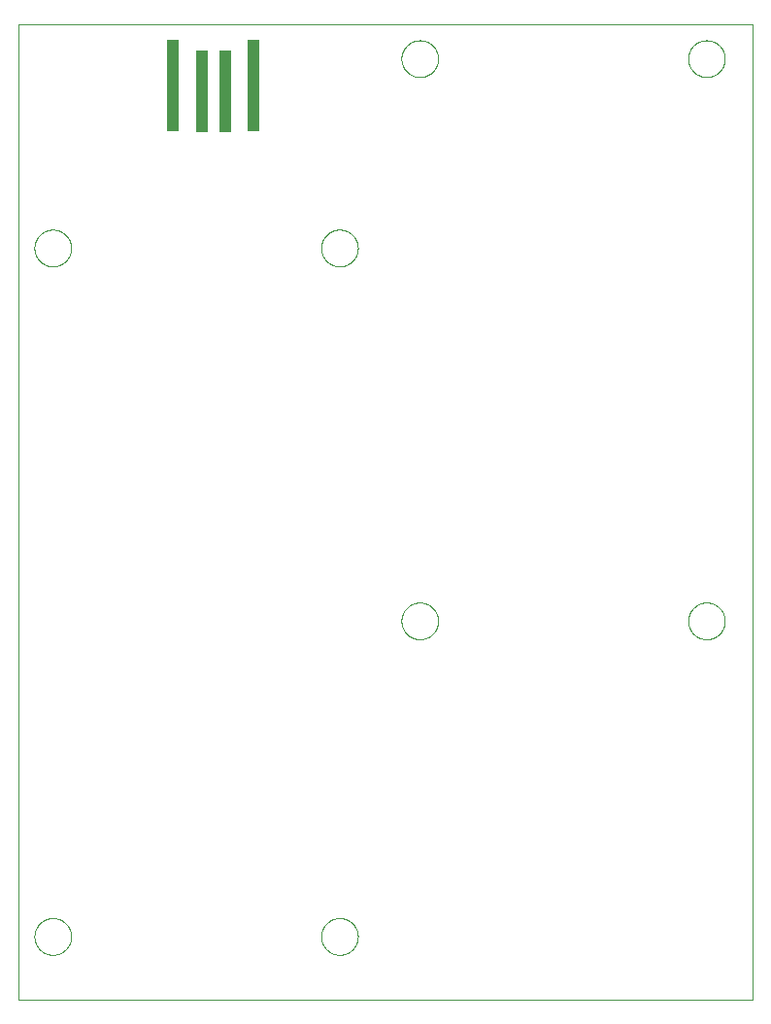
<source format=gtp>
G75*
%MOIN*%
%OFA0B0*%
%FSLAX25Y25*%
%IPPOS*%
%LPD*%
%AMOC8*
5,1,8,0,0,1.08239X$1,22.5*
%
%ADD10C,0.00000*%
%ADD11R,0.03937X0.31811*%
%ADD12R,0.03937X0.27953*%
D10*
X0001000Y0001000D02*
X0001000Y0335646D01*
X0252969Y0335646D01*
X0252969Y0001000D01*
X0001000Y0001000D01*
X0006512Y0022654D02*
X0006514Y0022812D01*
X0006520Y0022970D01*
X0006530Y0023128D01*
X0006544Y0023286D01*
X0006562Y0023443D01*
X0006583Y0023600D01*
X0006609Y0023756D01*
X0006639Y0023912D01*
X0006672Y0024067D01*
X0006710Y0024220D01*
X0006751Y0024373D01*
X0006796Y0024525D01*
X0006845Y0024676D01*
X0006898Y0024825D01*
X0006954Y0024973D01*
X0007014Y0025119D01*
X0007078Y0025264D01*
X0007146Y0025407D01*
X0007217Y0025549D01*
X0007291Y0025689D01*
X0007369Y0025826D01*
X0007451Y0025962D01*
X0007535Y0026096D01*
X0007624Y0026227D01*
X0007715Y0026356D01*
X0007810Y0026483D01*
X0007907Y0026608D01*
X0008008Y0026730D01*
X0008112Y0026849D01*
X0008219Y0026966D01*
X0008329Y0027080D01*
X0008442Y0027191D01*
X0008557Y0027300D01*
X0008675Y0027405D01*
X0008796Y0027507D01*
X0008919Y0027607D01*
X0009045Y0027703D01*
X0009173Y0027796D01*
X0009303Y0027886D01*
X0009436Y0027972D01*
X0009571Y0028056D01*
X0009707Y0028135D01*
X0009846Y0028212D01*
X0009987Y0028284D01*
X0010129Y0028354D01*
X0010273Y0028419D01*
X0010419Y0028481D01*
X0010566Y0028539D01*
X0010715Y0028594D01*
X0010865Y0028645D01*
X0011016Y0028692D01*
X0011168Y0028735D01*
X0011321Y0028774D01*
X0011476Y0028810D01*
X0011631Y0028841D01*
X0011787Y0028869D01*
X0011943Y0028893D01*
X0012100Y0028913D01*
X0012258Y0028929D01*
X0012415Y0028941D01*
X0012574Y0028949D01*
X0012732Y0028953D01*
X0012890Y0028953D01*
X0013048Y0028949D01*
X0013207Y0028941D01*
X0013364Y0028929D01*
X0013522Y0028913D01*
X0013679Y0028893D01*
X0013835Y0028869D01*
X0013991Y0028841D01*
X0014146Y0028810D01*
X0014301Y0028774D01*
X0014454Y0028735D01*
X0014606Y0028692D01*
X0014757Y0028645D01*
X0014907Y0028594D01*
X0015056Y0028539D01*
X0015203Y0028481D01*
X0015349Y0028419D01*
X0015493Y0028354D01*
X0015635Y0028284D01*
X0015776Y0028212D01*
X0015915Y0028135D01*
X0016051Y0028056D01*
X0016186Y0027972D01*
X0016319Y0027886D01*
X0016449Y0027796D01*
X0016577Y0027703D01*
X0016703Y0027607D01*
X0016826Y0027507D01*
X0016947Y0027405D01*
X0017065Y0027300D01*
X0017180Y0027191D01*
X0017293Y0027080D01*
X0017403Y0026966D01*
X0017510Y0026849D01*
X0017614Y0026730D01*
X0017715Y0026608D01*
X0017812Y0026483D01*
X0017907Y0026356D01*
X0017998Y0026227D01*
X0018087Y0026096D01*
X0018171Y0025962D01*
X0018253Y0025826D01*
X0018331Y0025689D01*
X0018405Y0025549D01*
X0018476Y0025407D01*
X0018544Y0025264D01*
X0018608Y0025119D01*
X0018668Y0024973D01*
X0018724Y0024825D01*
X0018777Y0024676D01*
X0018826Y0024525D01*
X0018871Y0024373D01*
X0018912Y0024220D01*
X0018950Y0024067D01*
X0018983Y0023912D01*
X0019013Y0023756D01*
X0019039Y0023600D01*
X0019060Y0023443D01*
X0019078Y0023286D01*
X0019092Y0023128D01*
X0019102Y0022970D01*
X0019108Y0022812D01*
X0019110Y0022654D01*
X0019108Y0022496D01*
X0019102Y0022338D01*
X0019092Y0022180D01*
X0019078Y0022022D01*
X0019060Y0021865D01*
X0019039Y0021708D01*
X0019013Y0021552D01*
X0018983Y0021396D01*
X0018950Y0021241D01*
X0018912Y0021088D01*
X0018871Y0020935D01*
X0018826Y0020783D01*
X0018777Y0020632D01*
X0018724Y0020483D01*
X0018668Y0020335D01*
X0018608Y0020189D01*
X0018544Y0020044D01*
X0018476Y0019901D01*
X0018405Y0019759D01*
X0018331Y0019619D01*
X0018253Y0019482D01*
X0018171Y0019346D01*
X0018087Y0019212D01*
X0017998Y0019081D01*
X0017907Y0018952D01*
X0017812Y0018825D01*
X0017715Y0018700D01*
X0017614Y0018578D01*
X0017510Y0018459D01*
X0017403Y0018342D01*
X0017293Y0018228D01*
X0017180Y0018117D01*
X0017065Y0018008D01*
X0016947Y0017903D01*
X0016826Y0017801D01*
X0016703Y0017701D01*
X0016577Y0017605D01*
X0016449Y0017512D01*
X0016319Y0017422D01*
X0016186Y0017336D01*
X0016051Y0017252D01*
X0015915Y0017173D01*
X0015776Y0017096D01*
X0015635Y0017024D01*
X0015493Y0016954D01*
X0015349Y0016889D01*
X0015203Y0016827D01*
X0015056Y0016769D01*
X0014907Y0016714D01*
X0014757Y0016663D01*
X0014606Y0016616D01*
X0014454Y0016573D01*
X0014301Y0016534D01*
X0014146Y0016498D01*
X0013991Y0016467D01*
X0013835Y0016439D01*
X0013679Y0016415D01*
X0013522Y0016395D01*
X0013364Y0016379D01*
X0013207Y0016367D01*
X0013048Y0016359D01*
X0012890Y0016355D01*
X0012732Y0016355D01*
X0012574Y0016359D01*
X0012415Y0016367D01*
X0012258Y0016379D01*
X0012100Y0016395D01*
X0011943Y0016415D01*
X0011787Y0016439D01*
X0011631Y0016467D01*
X0011476Y0016498D01*
X0011321Y0016534D01*
X0011168Y0016573D01*
X0011016Y0016616D01*
X0010865Y0016663D01*
X0010715Y0016714D01*
X0010566Y0016769D01*
X0010419Y0016827D01*
X0010273Y0016889D01*
X0010129Y0016954D01*
X0009987Y0017024D01*
X0009846Y0017096D01*
X0009707Y0017173D01*
X0009571Y0017252D01*
X0009436Y0017336D01*
X0009303Y0017422D01*
X0009173Y0017512D01*
X0009045Y0017605D01*
X0008919Y0017701D01*
X0008796Y0017801D01*
X0008675Y0017903D01*
X0008557Y0018008D01*
X0008442Y0018117D01*
X0008329Y0018228D01*
X0008219Y0018342D01*
X0008112Y0018459D01*
X0008008Y0018578D01*
X0007907Y0018700D01*
X0007810Y0018825D01*
X0007715Y0018952D01*
X0007624Y0019081D01*
X0007535Y0019212D01*
X0007451Y0019346D01*
X0007369Y0019482D01*
X0007291Y0019619D01*
X0007217Y0019759D01*
X0007146Y0019901D01*
X0007078Y0020044D01*
X0007014Y0020189D01*
X0006954Y0020335D01*
X0006898Y0020483D01*
X0006845Y0020632D01*
X0006796Y0020783D01*
X0006751Y0020935D01*
X0006710Y0021088D01*
X0006672Y0021241D01*
X0006639Y0021396D01*
X0006609Y0021552D01*
X0006583Y0021708D01*
X0006562Y0021865D01*
X0006544Y0022022D01*
X0006530Y0022180D01*
X0006520Y0022338D01*
X0006514Y0022496D01*
X0006512Y0022654D01*
X0104937Y0022654D02*
X0104939Y0022812D01*
X0104945Y0022970D01*
X0104955Y0023128D01*
X0104969Y0023286D01*
X0104987Y0023443D01*
X0105008Y0023600D01*
X0105034Y0023756D01*
X0105064Y0023912D01*
X0105097Y0024067D01*
X0105135Y0024220D01*
X0105176Y0024373D01*
X0105221Y0024525D01*
X0105270Y0024676D01*
X0105323Y0024825D01*
X0105379Y0024973D01*
X0105439Y0025119D01*
X0105503Y0025264D01*
X0105571Y0025407D01*
X0105642Y0025549D01*
X0105716Y0025689D01*
X0105794Y0025826D01*
X0105876Y0025962D01*
X0105960Y0026096D01*
X0106049Y0026227D01*
X0106140Y0026356D01*
X0106235Y0026483D01*
X0106332Y0026608D01*
X0106433Y0026730D01*
X0106537Y0026849D01*
X0106644Y0026966D01*
X0106754Y0027080D01*
X0106867Y0027191D01*
X0106982Y0027300D01*
X0107100Y0027405D01*
X0107221Y0027507D01*
X0107344Y0027607D01*
X0107470Y0027703D01*
X0107598Y0027796D01*
X0107728Y0027886D01*
X0107861Y0027972D01*
X0107996Y0028056D01*
X0108132Y0028135D01*
X0108271Y0028212D01*
X0108412Y0028284D01*
X0108554Y0028354D01*
X0108698Y0028419D01*
X0108844Y0028481D01*
X0108991Y0028539D01*
X0109140Y0028594D01*
X0109290Y0028645D01*
X0109441Y0028692D01*
X0109593Y0028735D01*
X0109746Y0028774D01*
X0109901Y0028810D01*
X0110056Y0028841D01*
X0110212Y0028869D01*
X0110368Y0028893D01*
X0110525Y0028913D01*
X0110683Y0028929D01*
X0110840Y0028941D01*
X0110999Y0028949D01*
X0111157Y0028953D01*
X0111315Y0028953D01*
X0111473Y0028949D01*
X0111632Y0028941D01*
X0111789Y0028929D01*
X0111947Y0028913D01*
X0112104Y0028893D01*
X0112260Y0028869D01*
X0112416Y0028841D01*
X0112571Y0028810D01*
X0112726Y0028774D01*
X0112879Y0028735D01*
X0113031Y0028692D01*
X0113182Y0028645D01*
X0113332Y0028594D01*
X0113481Y0028539D01*
X0113628Y0028481D01*
X0113774Y0028419D01*
X0113918Y0028354D01*
X0114060Y0028284D01*
X0114201Y0028212D01*
X0114340Y0028135D01*
X0114476Y0028056D01*
X0114611Y0027972D01*
X0114744Y0027886D01*
X0114874Y0027796D01*
X0115002Y0027703D01*
X0115128Y0027607D01*
X0115251Y0027507D01*
X0115372Y0027405D01*
X0115490Y0027300D01*
X0115605Y0027191D01*
X0115718Y0027080D01*
X0115828Y0026966D01*
X0115935Y0026849D01*
X0116039Y0026730D01*
X0116140Y0026608D01*
X0116237Y0026483D01*
X0116332Y0026356D01*
X0116423Y0026227D01*
X0116512Y0026096D01*
X0116596Y0025962D01*
X0116678Y0025826D01*
X0116756Y0025689D01*
X0116830Y0025549D01*
X0116901Y0025407D01*
X0116969Y0025264D01*
X0117033Y0025119D01*
X0117093Y0024973D01*
X0117149Y0024825D01*
X0117202Y0024676D01*
X0117251Y0024525D01*
X0117296Y0024373D01*
X0117337Y0024220D01*
X0117375Y0024067D01*
X0117408Y0023912D01*
X0117438Y0023756D01*
X0117464Y0023600D01*
X0117485Y0023443D01*
X0117503Y0023286D01*
X0117517Y0023128D01*
X0117527Y0022970D01*
X0117533Y0022812D01*
X0117535Y0022654D01*
X0117533Y0022496D01*
X0117527Y0022338D01*
X0117517Y0022180D01*
X0117503Y0022022D01*
X0117485Y0021865D01*
X0117464Y0021708D01*
X0117438Y0021552D01*
X0117408Y0021396D01*
X0117375Y0021241D01*
X0117337Y0021088D01*
X0117296Y0020935D01*
X0117251Y0020783D01*
X0117202Y0020632D01*
X0117149Y0020483D01*
X0117093Y0020335D01*
X0117033Y0020189D01*
X0116969Y0020044D01*
X0116901Y0019901D01*
X0116830Y0019759D01*
X0116756Y0019619D01*
X0116678Y0019482D01*
X0116596Y0019346D01*
X0116512Y0019212D01*
X0116423Y0019081D01*
X0116332Y0018952D01*
X0116237Y0018825D01*
X0116140Y0018700D01*
X0116039Y0018578D01*
X0115935Y0018459D01*
X0115828Y0018342D01*
X0115718Y0018228D01*
X0115605Y0018117D01*
X0115490Y0018008D01*
X0115372Y0017903D01*
X0115251Y0017801D01*
X0115128Y0017701D01*
X0115002Y0017605D01*
X0114874Y0017512D01*
X0114744Y0017422D01*
X0114611Y0017336D01*
X0114476Y0017252D01*
X0114340Y0017173D01*
X0114201Y0017096D01*
X0114060Y0017024D01*
X0113918Y0016954D01*
X0113774Y0016889D01*
X0113628Y0016827D01*
X0113481Y0016769D01*
X0113332Y0016714D01*
X0113182Y0016663D01*
X0113031Y0016616D01*
X0112879Y0016573D01*
X0112726Y0016534D01*
X0112571Y0016498D01*
X0112416Y0016467D01*
X0112260Y0016439D01*
X0112104Y0016415D01*
X0111947Y0016395D01*
X0111789Y0016379D01*
X0111632Y0016367D01*
X0111473Y0016359D01*
X0111315Y0016355D01*
X0111157Y0016355D01*
X0110999Y0016359D01*
X0110840Y0016367D01*
X0110683Y0016379D01*
X0110525Y0016395D01*
X0110368Y0016415D01*
X0110212Y0016439D01*
X0110056Y0016467D01*
X0109901Y0016498D01*
X0109746Y0016534D01*
X0109593Y0016573D01*
X0109441Y0016616D01*
X0109290Y0016663D01*
X0109140Y0016714D01*
X0108991Y0016769D01*
X0108844Y0016827D01*
X0108698Y0016889D01*
X0108554Y0016954D01*
X0108412Y0017024D01*
X0108271Y0017096D01*
X0108132Y0017173D01*
X0107996Y0017252D01*
X0107861Y0017336D01*
X0107728Y0017422D01*
X0107598Y0017512D01*
X0107470Y0017605D01*
X0107344Y0017701D01*
X0107221Y0017801D01*
X0107100Y0017903D01*
X0106982Y0018008D01*
X0106867Y0018117D01*
X0106754Y0018228D01*
X0106644Y0018342D01*
X0106537Y0018459D01*
X0106433Y0018578D01*
X0106332Y0018700D01*
X0106235Y0018825D01*
X0106140Y0018952D01*
X0106049Y0019081D01*
X0105960Y0019212D01*
X0105876Y0019346D01*
X0105794Y0019482D01*
X0105716Y0019619D01*
X0105642Y0019759D01*
X0105571Y0019901D01*
X0105503Y0020044D01*
X0105439Y0020189D01*
X0105379Y0020335D01*
X0105323Y0020483D01*
X0105270Y0020632D01*
X0105221Y0020783D01*
X0105176Y0020935D01*
X0105135Y0021088D01*
X0105097Y0021241D01*
X0105064Y0021396D01*
X0105034Y0021552D01*
X0105008Y0021708D01*
X0104987Y0021865D01*
X0104969Y0022022D01*
X0104955Y0022180D01*
X0104945Y0022338D01*
X0104939Y0022496D01*
X0104937Y0022654D01*
X0132496Y0130921D02*
X0132498Y0131079D01*
X0132504Y0131237D01*
X0132514Y0131395D01*
X0132528Y0131553D01*
X0132546Y0131710D01*
X0132567Y0131867D01*
X0132593Y0132023D01*
X0132623Y0132179D01*
X0132656Y0132334D01*
X0132694Y0132487D01*
X0132735Y0132640D01*
X0132780Y0132792D01*
X0132829Y0132943D01*
X0132882Y0133092D01*
X0132938Y0133240D01*
X0132998Y0133386D01*
X0133062Y0133531D01*
X0133130Y0133674D01*
X0133201Y0133816D01*
X0133275Y0133956D01*
X0133353Y0134093D01*
X0133435Y0134229D01*
X0133519Y0134363D01*
X0133608Y0134494D01*
X0133699Y0134623D01*
X0133794Y0134750D01*
X0133891Y0134875D01*
X0133992Y0134997D01*
X0134096Y0135116D01*
X0134203Y0135233D01*
X0134313Y0135347D01*
X0134426Y0135458D01*
X0134541Y0135567D01*
X0134659Y0135672D01*
X0134780Y0135774D01*
X0134903Y0135874D01*
X0135029Y0135970D01*
X0135157Y0136063D01*
X0135287Y0136153D01*
X0135420Y0136239D01*
X0135555Y0136323D01*
X0135691Y0136402D01*
X0135830Y0136479D01*
X0135971Y0136551D01*
X0136113Y0136621D01*
X0136257Y0136686D01*
X0136403Y0136748D01*
X0136550Y0136806D01*
X0136699Y0136861D01*
X0136849Y0136912D01*
X0137000Y0136959D01*
X0137152Y0137002D01*
X0137305Y0137041D01*
X0137460Y0137077D01*
X0137615Y0137108D01*
X0137771Y0137136D01*
X0137927Y0137160D01*
X0138084Y0137180D01*
X0138242Y0137196D01*
X0138399Y0137208D01*
X0138558Y0137216D01*
X0138716Y0137220D01*
X0138874Y0137220D01*
X0139032Y0137216D01*
X0139191Y0137208D01*
X0139348Y0137196D01*
X0139506Y0137180D01*
X0139663Y0137160D01*
X0139819Y0137136D01*
X0139975Y0137108D01*
X0140130Y0137077D01*
X0140285Y0137041D01*
X0140438Y0137002D01*
X0140590Y0136959D01*
X0140741Y0136912D01*
X0140891Y0136861D01*
X0141040Y0136806D01*
X0141187Y0136748D01*
X0141333Y0136686D01*
X0141477Y0136621D01*
X0141619Y0136551D01*
X0141760Y0136479D01*
X0141899Y0136402D01*
X0142035Y0136323D01*
X0142170Y0136239D01*
X0142303Y0136153D01*
X0142433Y0136063D01*
X0142561Y0135970D01*
X0142687Y0135874D01*
X0142810Y0135774D01*
X0142931Y0135672D01*
X0143049Y0135567D01*
X0143164Y0135458D01*
X0143277Y0135347D01*
X0143387Y0135233D01*
X0143494Y0135116D01*
X0143598Y0134997D01*
X0143699Y0134875D01*
X0143796Y0134750D01*
X0143891Y0134623D01*
X0143982Y0134494D01*
X0144071Y0134363D01*
X0144155Y0134229D01*
X0144237Y0134093D01*
X0144315Y0133956D01*
X0144389Y0133816D01*
X0144460Y0133674D01*
X0144528Y0133531D01*
X0144592Y0133386D01*
X0144652Y0133240D01*
X0144708Y0133092D01*
X0144761Y0132943D01*
X0144810Y0132792D01*
X0144855Y0132640D01*
X0144896Y0132487D01*
X0144934Y0132334D01*
X0144967Y0132179D01*
X0144997Y0132023D01*
X0145023Y0131867D01*
X0145044Y0131710D01*
X0145062Y0131553D01*
X0145076Y0131395D01*
X0145086Y0131237D01*
X0145092Y0131079D01*
X0145094Y0130921D01*
X0145092Y0130763D01*
X0145086Y0130605D01*
X0145076Y0130447D01*
X0145062Y0130289D01*
X0145044Y0130132D01*
X0145023Y0129975D01*
X0144997Y0129819D01*
X0144967Y0129663D01*
X0144934Y0129508D01*
X0144896Y0129355D01*
X0144855Y0129202D01*
X0144810Y0129050D01*
X0144761Y0128899D01*
X0144708Y0128750D01*
X0144652Y0128602D01*
X0144592Y0128456D01*
X0144528Y0128311D01*
X0144460Y0128168D01*
X0144389Y0128026D01*
X0144315Y0127886D01*
X0144237Y0127749D01*
X0144155Y0127613D01*
X0144071Y0127479D01*
X0143982Y0127348D01*
X0143891Y0127219D01*
X0143796Y0127092D01*
X0143699Y0126967D01*
X0143598Y0126845D01*
X0143494Y0126726D01*
X0143387Y0126609D01*
X0143277Y0126495D01*
X0143164Y0126384D01*
X0143049Y0126275D01*
X0142931Y0126170D01*
X0142810Y0126068D01*
X0142687Y0125968D01*
X0142561Y0125872D01*
X0142433Y0125779D01*
X0142303Y0125689D01*
X0142170Y0125603D01*
X0142035Y0125519D01*
X0141899Y0125440D01*
X0141760Y0125363D01*
X0141619Y0125291D01*
X0141477Y0125221D01*
X0141333Y0125156D01*
X0141187Y0125094D01*
X0141040Y0125036D01*
X0140891Y0124981D01*
X0140741Y0124930D01*
X0140590Y0124883D01*
X0140438Y0124840D01*
X0140285Y0124801D01*
X0140130Y0124765D01*
X0139975Y0124734D01*
X0139819Y0124706D01*
X0139663Y0124682D01*
X0139506Y0124662D01*
X0139348Y0124646D01*
X0139191Y0124634D01*
X0139032Y0124626D01*
X0138874Y0124622D01*
X0138716Y0124622D01*
X0138558Y0124626D01*
X0138399Y0124634D01*
X0138242Y0124646D01*
X0138084Y0124662D01*
X0137927Y0124682D01*
X0137771Y0124706D01*
X0137615Y0124734D01*
X0137460Y0124765D01*
X0137305Y0124801D01*
X0137152Y0124840D01*
X0137000Y0124883D01*
X0136849Y0124930D01*
X0136699Y0124981D01*
X0136550Y0125036D01*
X0136403Y0125094D01*
X0136257Y0125156D01*
X0136113Y0125221D01*
X0135971Y0125291D01*
X0135830Y0125363D01*
X0135691Y0125440D01*
X0135555Y0125519D01*
X0135420Y0125603D01*
X0135287Y0125689D01*
X0135157Y0125779D01*
X0135029Y0125872D01*
X0134903Y0125968D01*
X0134780Y0126068D01*
X0134659Y0126170D01*
X0134541Y0126275D01*
X0134426Y0126384D01*
X0134313Y0126495D01*
X0134203Y0126609D01*
X0134096Y0126726D01*
X0133992Y0126845D01*
X0133891Y0126967D01*
X0133794Y0127092D01*
X0133699Y0127219D01*
X0133608Y0127348D01*
X0133519Y0127479D01*
X0133435Y0127613D01*
X0133353Y0127749D01*
X0133275Y0127886D01*
X0133201Y0128026D01*
X0133130Y0128168D01*
X0133062Y0128311D01*
X0132998Y0128456D01*
X0132938Y0128602D01*
X0132882Y0128750D01*
X0132829Y0128899D01*
X0132780Y0129050D01*
X0132735Y0129202D01*
X0132694Y0129355D01*
X0132656Y0129508D01*
X0132623Y0129663D01*
X0132593Y0129819D01*
X0132567Y0129975D01*
X0132546Y0130132D01*
X0132528Y0130289D01*
X0132514Y0130447D01*
X0132504Y0130605D01*
X0132498Y0130763D01*
X0132496Y0130921D01*
X0104937Y0258874D02*
X0104939Y0259032D01*
X0104945Y0259190D01*
X0104955Y0259348D01*
X0104969Y0259506D01*
X0104987Y0259663D01*
X0105008Y0259820D01*
X0105034Y0259976D01*
X0105064Y0260132D01*
X0105097Y0260287D01*
X0105135Y0260440D01*
X0105176Y0260593D01*
X0105221Y0260745D01*
X0105270Y0260896D01*
X0105323Y0261045D01*
X0105379Y0261193D01*
X0105439Y0261339D01*
X0105503Y0261484D01*
X0105571Y0261627D01*
X0105642Y0261769D01*
X0105716Y0261909D01*
X0105794Y0262046D01*
X0105876Y0262182D01*
X0105960Y0262316D01*
X0106049Y0262447D01*
X0106140Y0262576D01*
X0106235Y0262703D01*
X0106332Y0262828D01*
X0106433Y0262950D01*
X0106537Y0263069D01*
X0106644Y0263186D01*
X0106754Y0263300D01*
X0106867Y0263411D01*
X0106982Y0263520D01*
X0107100Y0263625D01*
X0107221Y0263727D01*
X0107344Y0263827D01*
X0107470Y0263923D01*
X0107598Y0264016D01*
X0107728Y0264106D01*
X0107861Y0264192D01*
X0107996Y0264276D01*
X0108132Y0264355D01*
X0108271Y0264432D01*
X0108412Y0264504D01*
X0108554Y0264574D01*
X0108698Y0264639D01*
X0108844Y0264701D01*
X0108991Y0264759D01*
X0109140Y0264814D01*
X0109290Y0264865D01*
X0109441Y0264912D01*
X0109593Y0264955D01*
X0109746Y0264994D01*
X0109901Y0265030D01*
X0110056Y0265061D01*
X0110212Y0265089D01*
X0110368Y0265113D01*
X0110525Y0265133D01*
X0110683Y0265149D01*
X0110840Y0265161D01*
X0110999Y0265169D01*
X0111157Y0265173D01*
X0111315Y0265173D01*
X0111473Y0265169D01*
X0111632Y0265161D01*
X0111789Y0265149D01*
X0111947Y0265133D01*
X0112104Y0265113D01*
X0112260Y0265089D01*
X0112416Y0265061D01*
X0112571Y0265030D01*
X0112726Y0264994D01*
X0112879Y0264955D01*
X0113031Y0264912D01*
X0113182Y0264865D01*
X0113332Y0264814D01*
X0113481Y0264759D01*
X0113628Y0264701D01*
X0113774Y0264639D01*
X0113918Y0264574D01*
X0114060Y0264504D01*
X0114201Y0264432D01*
X0114340Y0264355D01*
X0114476Y0264276D01*
X0114611Y0264192D01*
X0114744Y0264106D01*
X0114874Y0264016D01*
X0115002Y0263923D01*
X0115128Y0263827D01*
X0115251Y0263727D01*
X0115372Y0263625D01*
X0115490Y0263520D01*
X0115605Y0263411D01*
X0115718Y0263300D01*
X0115828Y0263186D01*
X0115935Y0263069D01*
X0116039Y0262950D01*
X0116140Y0262828D01*
X0116237Y0262703D01*
X0116332Y0262576D01*
X0116423Y0262447D01*
X0116512Y0262316D01*
X0116596Y0262182D01*
X0116678Y0262046D01*
X0116756Y0261909D01*
X0116830Y0261769D01*
X0116901Y0261627D01*
X0116969Y0261484D01*
X0117033Y0261339D01*
X0117093Y0261193D01*
X0117149Y0261045D01*
X0117202Y0260896D01*
X0117251Y0260745D01*
X0117296Y0260593D01*
X0117337Y0260440D01*
X0117375Y0260287D01*
X0117408Y0260132D01*
X0117438Y0259976D01*
X0117464Y0259820D01*
X0117485Y0259663D01*
X0117503Y0259506D01*
X0117517Y0259348D01*
X0117527Y0259190D01*
X0117533Y0259032D01*
X0117535Y0258874D01*
X0117533Y0258716D01*
X0117527Y0258558D01*
X0117517Y0258400D01*
X0117503Y0258242D01*
X0117485Y0258085D01*
X0117464Y0257928D01*
X0117438Y0257772D01*
X0117408Y0257616D01*
X0117375Y0257461D01*
X0117337Y0257308D01*
X0117296Y0257155D01*
X0117251Y0257003D01*
X0117202Y0256852D01*
X0117149Y0256703D01*
X0117093Y0256555D01*
X0117033Y0256409D01*
X0116969Y0256264D01*
X0116901Y0256121D01*
X0116830Y0255979D01*
X0116756Y0255839D01*
X0116678Y0255702D01*
X0116596Y0255566D01*
X0116512Y0255432D01*
X0116423Y0255301D01*
X0116332Y0255172D01*
X0116237Y0255045D01*
X0116140Y0254920D01*
X0116039Y0254798D01*
X0115935Y0254679D01*
X0115828Y0254562D01*
X0115718Y0254448D01*
X0115605Y0254337D01*
X0115490Y0254228D01*
X0115372Y0254123D01*
X0115251Y0254021D01*
X0115128Y0253921D01*
X0115002Y0253825D01*
X0114874Y0253732D01*
X0114744Y0253642D01*
X0114611Y0253556D01*
X0114476Y0253472D01*
X0114340Y0253393D01*
X0114201Y0253316D01*
X0114060Y0253244D01*
X0113918Y0253174D01*
X0113774Y0253109D01*
X0113628Y0253047D01*
X0113481Y0252989D01*
X0113332Y0252934D01*
X0113182Y0252883D01*
X0113031Y0252836D01*
X0112879Y0252793D01*
X0112726Y0252754D01*
X0112571Y0252718D01*
X0112416Y0252687D01*
X0112260Y0252659D01*
X0112104Y0252635D01*
X0111947Y0252615D01*
X0111789Y0252599D01*
X0111632Y0252587D01*
X0111473Y0252579D01*
X0111315Y0252575D01*
X0111157Y0252575D01*
X0110999Y0252579D01*
X0110840Y0252587D01*
X0110683Y0252599D01*
X0110525Y0252615D01*
X0110368Y0252635D01*
X0110212Y0252659D01*
X0110056Y0252687D01*
X0109901Y0252718D01*
X0109746Y0252754D01*
X0109593Y0252793D01*
X0109441Y0252836D01*
X0109290Y0252883D01*
X0109140Y0252934D01*
X0108991Y0252989D01*
X0108844Y0253047D01*
X0108698Y0253109D01*
X0108554Y0253174D01*
X0108412Y0253244D01*
X0108271Y0253316D01*
X0108132Y0253393D01*
X0107996Y0253472D01*
X0107861Y0253556D01*
X0107728Y0253642D01*
X0107598Y0253732D01*
X0107470Y0253825D01*
X0107344Y0253921D01*
X0107221Y0254021D01*
X0107100Y0254123D01*
X0106982Y0254228D01*
X0106867Y0254337D01*
X0106754Y0254448D01*
X0106644Y0254562D01*
X0106537Y0254679D01*
X0106433Y0254798D01*
X0106332Y0254920D01*
X0106235Y0255045D01*
X0106140Y0255172D01*
X0106049Y0255301D01*
X0105960Y0255432D01*
X0105876Y0255566D01*
X0105794Y0255702D01*
X0105716Y0255839D01*
X0105642Y0255979D01*
X0105571Y0256121D01*
X0105503Y0256264D01*
X0105439Y0256409D01*
X0105379Y0256555D01*
X0105323Y0256703D01*
X0105270Y0256852D01*
X0105221Y0257003D01*
X0105176Y0257155D01*
X0105135Y0257308D01*
X0105097Y0257461D01*
X0105064Y0257616D01*
X0105034Y0257772D01*
X0105008Y0257928D01*
X0104987Y0258085D01*
X0104969Y0258242D01*
X0104955Y0258400D01*
X0104945Y0258558D01*
X0104939Y0258716D01*
X0104937Y0258874D01*
X0132496Y0323835D02*
X0132498Y0323993D01*
X0132504Y0324151D01*
X0132514Y0324309D01*
X0132528Y0324467D01*
X0132546Y0324624D01*
X0132567Y0324781D01*
X0132593Y0324937D01*
X0132623Y0325093D01*
X0132656Y0325248D01*
X0132694Y0325401D01*
X0132735Y0325554D01*
X0132780Y0325706D01*
X0132829Y0325857D01*
X0132882Y0326006D01*
X0132938Y0326154D01*
X0132998Y0326300D01*
X0133062Y0326445D01*
X0133130Y0326588D01*
X0133201Y0326730D01*
X0133275Y0326870D01*
X0133353Y0327007D01*
X0133435Y0327143D01*
X0133519Y0327277D01*
X0133608Y0327408D01*
X0133699Y0327537D01*
X0133794Y0327664D01*
X0133891Y0327789D01*
X0133992Y0327911D01*
X0134096Y0328030D01*
X0134203Y0328147D01*
X0134313Y0328261D01*
X0134426Y0328372D01*
X0134541Y0328481D01*
X0134659Y0328586D01*
X0134780Y0328688D01*
X0134903Y0328788D01*
X0135029Y0328884D01*
X0135157Y0328977D01*
X0135287Y0329067D01*
X0135420Y0329153D01*
X0135555Y0329237D01*
X0135691Y0329316D01*
X0135830Y0329393D01*
X0135971Y0329465D01*
X0136113Y0329535D01*
X0136257Y0329600D01*
X0136403Y0329662D01*
X0136550Y0329720D01*
X0136699Y0329775D01*
X0136849Y0329826D01*
X0137000Y0329873D01*
X0137152Y0329916D01*
X0137305Y0329955D01*
X0137460Y0329991D01*
X0137615Y0330022D01*
X0137771Y0330050D01*
X0137927Y0330074D01*
X0138084Y0330094D01*
X0138242Y0330110D01*
X0138399Y0330122D01*
X0138558Y0330130D01*
X0138716Y0330134D01*
X0138874Y0330134D01*
X0139032Y0330130D01*
X0139191Y0330122D01*
X0139348Y0330110D01*
X0139506Y0330094D01*
X0139663Y0330074D01*
X0139819Y0330050D01*
X0139975Y0330022D01*
X0140130Y0329991D01*
X0140285Y0329955D01*
X0140438Y0329916D01*
X0140590Y0329873D01*
X0140741Y0329826D01*
X0140891Y0329775D01*
X0141040Y0329720D01*
X0141187Y0329662D01*
X0141333Y0329600D01*
X0141477Y0329535D01*
X0141619Y0329465D01*
X0141760Y0329393D01*
X0141899Y0329316D01*
X0142035Y0329237D01*
X0142170Y0329153D01*
X0142303Y0329067D01*
X0142433Y0328977D01*
X0142561Y0328884D01*
X0142687Y0328788D01*
X0142810Y0328688D01*
X0142931Y0328586D01*
X0143049Y0328481D01*
X0143164Y0328372D01*
X0143277Y0328261D01*
X0143387Y0328147D01*
X0143494Y0328030D01*
X0143598Y0327911D01*
X0143699Y0327789D01*
X0143796Y0327664D01*
X0143891Y0327537D01*
X0143982Y0327408D01*
X0144071Y0327277D01*
X0144155Y0327143D01*
X0144237Y0327007D01*
X0144315Y0326870D01*
X0144389Y0326730D01*
X0144460Y0326588D01*
X0144528Y0326445D01*
X0144592Y0326300D01*
X0144652Y0326154D01*
X0144708Y0326006D01*
X0144761Y0325857D01*
X0144810Y0325706D01*
X0144855Y0325554D01*
X0144896Y0325401D01*
X0144934Y0325248D01*
X0144967Y0325093D01*
X0144997Y0324937D01*
X0145023Y0324781D01*
X0145044Y0324624D01*
X0145062Y0324467D01*
X0145076Y0324309D01*
X0145086Y0324151D01*
X0145092Y0323993D01*
X0145094Y0323835D01*
X0145092Y0323677D01*
X0145086Y0323519D01*
X0145076Y0323361D01*
X0145062Y0323203D01*
X0145044Y0323046D01*
X0145023Y0322889D01*
X0144997Y0322733D01*
X0144967Y0322577D01*
X0144934Y0322422D01*
X0144896Y0322269D01*
X0144855Y0322116D01*
X0144810Y0321964D01*
X0144761Y0321813D01*
X0144708Y0321664D01*
X0144652Y0321516D01*
X0144592Y0321370D01*
X0144528Y0321225D01*
X0144460Y0321082D01*
X0144389Y0320940D01*
X0144315Y0320800D01*
X0144237Y0320663D01*
X0144155Y0320527D01*
X0144071Y0320393D01*
X0143982Y0320262D01*
X0143891Y0320133D01*
X0143796Y0320006D01*
X0143699Y0319881D01*
X0143598Y0319759D01*
X0143494Y0319640D01*
X0143387Y0319523D01*
X0143277Y0319409D01*
X0143164Y0319298D01*
X0143049Y0319189D01*
X0142931Y0319084D01*
X0142810Y0318982D01*
X0142687Y0318882D01*
X0142561Y0318786D01*
X0142433Y0318693D01*
X0142303Y0318603D01*
X0142170Y0318517D01*
X0142035Y0318433D01*
X0141899Y0318354D01*
X0141760Y0318277D01*
X0141619Y0318205D01*
X0141477Y0318135D01*
X0141333Y0318070D01*
X0141187Y0318008D01*
X0141040Y0317950D01*
X0140891Y0317895D01*
X0140741Y0317844D01*
X0140590Y0317797D01*
X0140438Y0317754D01*
X0140285Y0317715D01*
X0140130Y0317679D01*
X0139975Y0317648D01*
X0139819Y0317620D01*
X0139663Y0317596D01*
X0139506Y0317576D01*
X0139348Y0317560D01*
X0139191Y0317548D01*
X0139032Y0317540D01*
X0138874Y0317536D01*
X0138716Y0317536D01*
X0138558Y0317540D01*
X0138399Y0317548D01*
X0138242Y0317560D01*
X0138084Y0317576D01*
X0137927Y0317596D01*
X0137771Y0317620D01*
X0137615Y0317648D01*
X0137460Y0317679D01*
X0137305Y0317715D01*
X0137152Y0317754D01*
X0137000Y0317797D01*
X0136849Y0317844D01*
X0136699Y0317895D01*
X0136550Y0317950D01*
X0136403Y0318008D01*
X0136257Y0318070D01*
X0136113Y0318135D01*
X0135971Y0318205D01*
X0135830Y0318277D01*
X0135691Y0318354D01*
X0135555Y0318433D01*
X0135420Y0318517D01*
X0135287Y0318603D01*
X0135157Y0318693D01*
X0135029Y0318786D01*
X0134903Y0318882D01*
X0134780Y0318982D01*
X0134659Y0319084D01*
X0134541Y0319189D01*
X0134426Y0319298D01*
X0134313Y0319409D01*
X0134203Y0319523D01*
X0134096Y0319640D01*
X0133992Y0319759D01*
X0133891Y0319881D01*
X0133794Y0320006D01*
X0133699Y0320133D01*
X0133608Y0320262D01*
X0133519Y0320393D01*
X0133435Y0320527D01*
X0133353Y0320663D01*
X0133275Y0320800D01*
X0133201Y0320940D01*
X0133130Y0321082D01*
X0133062Y0321225D01*
X0132998Y0321370D01*
X0132938Y0321516D01*
X0132882Y0321664D01*
X0132829Y0321813D01*
X0132780Y0321964D01*
X0132735Y0322116D01*
X0132694Y0322269D01*
X0132656Y0322422D01*
X0132623Y0322577D01*
X0132593Y0322733D01*
X0132567Y0322889D01*
X0132546Y0323046D01*
X0132528Y0323203D01*
X0132514Y0323361D01*
X0132504Y0323519D01*
X0132498Y0323677D01*
X0132496Y0323835D01*
X0230921Y0323835D02*
X0230923Y0323993D01*
X0230929Y0324151D01*
X0230939Y0324309D01*
X0230953Y0324467D01*
X0230971Y0324624D01*
X0230992Y0324781D01*
X0231018Y0324937D01*
X0231048Y0325093D01*
X0231081Y0325248D01*
X0231119Y0325401D01*
X0231160Y0325554D01*
X0231205Y0325706D01*
X0231254Y0325857D01*
X0231307Y0326006D01*
X0231363Y0326154D01*
X0231423Y0326300D01*
X0231487Y0326445D01*
X0231555Y0326588D01*
X0231626Y0326730D01*
X0231700Y0326870D01*
X0231778Y0327007D01*
X0231860Y0327143D01*
X0231944Y0327277D01*
X0232033Y0327408D01*
X0232124Y0327537D01*
X0232219Y0327664D01*
X0232316Y0327789D01*
X0232417Y0327911D01*
X0232521Y0328030D01*
X0232628Y0328147D01*
X0232738Y0328261D01*
X0232851Y0328372D01*
X0232966Y0328481D01*
X0233084Y0328586D01*
X0233205Y0328688D01*
X0233328Y0328788D01*
X0233454Y0328884D01*
X0233582Y0328977D01*
X0233712Y0329067D01*
X0233845Y0329153D01*
X0233980Y0329237D01*
X0234116Y0329316D01*
X0234255Y0329393D01*
X0234396Y0329465D01*
X0234538Y0329535D01*
X0234682Y0329600D01*
X0234828Y0329662D01*
X0234975Y0329720D01*
X0235124Y0329775D01*
X0235274Y0329826D01*
X0235425Y0329873D01*
X0235577Y0329916D01*
X0235730Y0329955D01*
X0235885Y0329991D01*
X0236040Y0330022D01*
X0236196Y0330050D01*
X0236352Y0330074D01*
X0236509Y0330094D01*
X0236667Y0330110D01*
X0236824Y0330122D01*
X0236983Y0330130D01*
X0237141Y0330134D01*
X0237299Y0330134D01*
X0237457Y0330130D01*
X0237616Y0330122D01*
X0237773Y0330110D01*
X0237931Y0330094D01*
X0238088Y0330074D01*
X0238244Y0330050D01*
X0238400Y0330022D01*
X0238555Y0329991D01*
X0238710Y0329955D01*
X0238863Y0329916D01*
X0239015Y0329873D01*
X0239166Y0329826D01*
X0239316Y0329775D01*
X0239465Y0329720D01*
X0239612Y0329662D01*
X0239758Y0329600D01*
X0239902Y0329535D01*
X0240044Y0329465D01*
X0240185Y0329393D01*
X0240324Y0329316D01*
X0240460Y0329237D01*
X0240595Y0329153D01*
X0240728Y0329067D01*
X0240858Y0328977D01*
X0240986Y0328884D01*
X0241112Y0328788D01*
X0241235Y0328688D01*
X0241356Y0328586D01*
X0241474Y0328481D01*
X0241589Y0328372D01*
X0241702Y0328261D01*
X0241812Y0328147D01*
X0241919Y0328030D01*
X0242023Y0327911D01*
X0242124Y0327789D01*
X0242221Y0327664D01*
X0242316Y0327537D01*
X0242407Y0327408D01*
X0242496Y0327277D01*
X0242580Y0327143D01*
X0242662Y0327007D01*
X0242740Y0326870D01*
X0242814Y0326730D01*
X0242885Y0326588D01*
X0242953Y0326445D01*
X0243017Y0326300D01*
X0243077Y0326154D01*
X0243133Y0326006D01*
X0243186Y0325857D01*
X0243235Y0325706D01*
X0243280Y0325554D01*
X0243321Y0325401D01*
X0243359Y0325248D01*
X0243392Y0325093D01*
X0243422Y0324937D01*
X0243448Y0324781D01*
X0243469Y0324624D01*
X0243487Y0324467D01*
X0243501Y0324309D01*
X0243511Y0324151D01*
X0243517Y0323993D01*
X0243519Y0323835D01*
X0243517Y0323677D01*
X0243511Y0323519D01*
X0243501Y0323361D01*
X0243487Y0323203D01*
X0243469Y0323046D01*
X0243448Y0322889D01*
X0243422Y0322733D01*
X0243392Y0322577D01*
X0243359Y0322422D01*
X0243321Y0322269D01*
X0243280Y0322116D01*
X0243235Y0321964D01*
X0243186Y0321813D01*
X0243133Y0321664D01*
X0243077Y0321516D01*
X0243017Y0321370D01*
X0242953Y0321225D01*
X0242885Y0321082D01*
X0242814Y0320940D01*
X0242740Y0320800D01*
X0242662Y0320663D01*
X0242580Y0320527D01*
X0242496Y0320393D01*
X0242407Y0320262D01*
X0242316Y0320133D01*
X0242221Y0320006D01*
X0242124Y0319881D01*
X0242023Y0319759D01*
X0241919Y0319640D01*
X0241812Y0319523D01*
X0241702Y0319409D01*
X0241589Y0319298D01*
X0241474Y0319189D01*
X0241356Y0319084D01*
X0241235Y0318982D01*
X0241112Y0318882D01*
X0240986Y0318786D01*
X0240858Y0318693D01*
X0240728Y0318603D01*
X0240595Y0318517D01*
X0240460Y0318433D01*
X0240324Y0318354D01*
X0240185Y0318277D01*
X0240044Y0318205D01*
X0239902Y0318135D01*
X0239758Y0318070D01*
X0239612Y0318008D01*
X0239465Y0317950D01*
X0239316Y0317895D01*
X0239166Y0317844D01*
X0239015Y0317797D01*
X0238863Y0317754D01*
X0238710Y0317715D01*
X0238555Y0317679D01*
X0238400Y0317648D01*
X0238244Y0317620D01*
X0238088Y0317596D01*
X0237931Y0317576D01*
X0237773Y0317560D01*
X0237616Y0317548D01*
X0237457Y0317540D01*
X0237299Y0317536D01*
X0237141Y0317536D01*
X0236983Y0317540D01*
X0236824Y0317548D01*
X0236667Y0317560D01*
X0236509Y0317576D01*
X0236352Y0317596D01*
X0236196Y0317620D01*
X0236040Y0317648D01*
X0235885Y0317679D01*
X0235730Y0317715D01*
X0235577Y0317754D01*
X0235425Y0317797D01*
X0235274Y0317844D01*
X0235124Y0317895D01*
X0234975Y0317950D01*
X0234828Y0318008D01*
X0234682Y0318070D01*
X0234538Y0318135D01*
X0234396Y0318205D01*
X0234255Y0318277D01*
X0234116Y0318354D01*
X0233980Y0318433D01*
X0233845Y0318517D01*
X0233712Y0318603D01*
X0233582Y0318693D01*
X0233454Y0318786D01*
X0233328Y0318882D01*
X0233205Y0318982D01*
X0233084Y0319084D01*
X0232966Y0319189D01*
X0232851Y0319298D01*
X0232738Y0319409D01*
X0232628Y0319523D01*
X0232521Y0319640D01*
X0232417Y0319759D01*
X0232316Y0319881D01*
X0232219Y0320006D01*
X0232124Y0320133D01*
X0232033Y0320262D01*
X0231944Y0320393D01*
X0231860Y0320527D01*
X0231778Y0320663D01*
X0231700Y0320800D01*
X0231626Y0320940D01*
X0231555Y0321082D01*
X0231487Y0321225D01*
X0231423Y0321370D01*
X0231363Y0321516D01*
X0231307Y0321664D01*
X0231254Y0321813D01*
X0231205Y0321964D01*
X0231160Y0322116D01*
X0231119Y0322269D01*
X0231081Y0322422D01*
X0231048Y0322577D01*
X0231018Y0322733D01*
X0230992Y0322889D01*
X0230971Y0323046D01*
X0230953Y0323203D01*
X0230939Y0323361D01*
X0230929Y0323519D01*
X0230923Y0323677D01*
X0230921Y0323835D01*
X0230921Y0130921D02*
X0230923Y0131079D01*
X0230929Y0131237D01*
X0230939Y0131395D01*
X0230953Y0131553D01*
X0230971Y0131710D01*
X0230992Y0131867D01*
X0231018Y0132023D01*
X0231048Y0132179D01*
X0231081Y0132334D01*
X0231119Y0132487D01*
X0231160Y0132640D01*
X0231205Y0132792D01*
X0231254Y0132943D01*
X0231307Y0133092D01*
X0231363Y0133240D01*
X0231423Y0133386D01*
X0231487Y0133531D01*
X0231555Y0133674D01*
X0231626Y0133816D01*
X0231700Y0133956D01*
X0231778Y0134093D01*
X0231860Y0134229D01*
X0231944Y0134363D01*
X0232033Y0134494D01*
X0232124Y0134623D01*
X0232219Y0134750D01*
X0232316Y0134875D01*
X0232417Y0134997D01*
X0232521Y0135116D01*
X0232628Y0135233D01*
X0232738Y0135347D01*
X0232851Y0135458D01*
X0232966Y0135567D01*
X0233084Y0135672D01*
X0233205Y0135774D01*
X0233328Y0135874D01*
X0233454Y0135970D01*
X0233582Y0136063D01*
X0233712Y0136153D01*
X0233845Y0136239D01*
X0233980Y0136323D01*
X0234116Y0136402D01*
X0234255Y0136479D01*
X0234396Y0136551D01*
X0234538Y0136621D01*
X0234682Y0136686D01*
X0234828Y0136748D01*
X0234975Y0136806D01*
X0235124Y0136861D01*
X0235274Y0136912D01*
X0235425Y0136959D01*
X0235577Y0137002D01*
X0235730Y0137041D01*
X0235885Y0137077D01*
X0236040Y0137108D01*
X0236196Y0137136D01*
X0236352Y0137160D01*
X0236509Y0137180D01*
X0236667Y0137196D01*
X0236824Y0137208D01*
X0236983Y0137216D01*
X0237141Y0137220D01*
X0237299Y0137220D01*
X0237457Y0137216D01*
X0237616Y0137208D01*
X0237773Y0137196D01*
X0237931Y0137180D01*
X0238088Y0137160D01*
X0238244Y0137136D01*
X0238400Y0137108D01*
X0238555Y0137077D01*
X0238710Y0137041D01*
X0238863Y0137002D01*
X0239015Y0136959D01*
X0239166Y0136912D01*
X0239316Y0136861D01*
X0239465Y0136806D01*
X0239612Y0136748D01*
X0239758Y0136686D01*
X0239902Y0136621D01*
X0240044Y0136551D01*
X0240185Y0136479D01*
X0240324Y0136402D01*
X0240460Y0136323D01*
X0240595Y0136239D01*
X0240728Y0136153D01*
X0240858Y0136063D01*
X0240986Y0135970D01*
X0241112Y0135874D01*
X0241235Y0135774D01*
X0241356Y0135672D01*
X0241474Y0135567D01*
X0241589Y0135458D01*
X0241702Y0135347D01*
X0241812Y0135233D01*
X0241919Y0135116D01*
X0242023Y0134997D01*
X0242124Y0134875D01*
X0242221Y0134750D01*
X0242316Y0134623D01*
X0242407Y0134494D01*
X0242496Y0134363D01*
X0242580Y0134229D01*
X0242662Y0134093D01*
X0242740Y0133956D01*
X0242814Y0133816D01*
X0242885Y0133674D01*
X0242953Y0133531D01*
X0243017Y0133386D01*
X0243077Y0133240D01*
X0243133Y0133092D01*
X0243186Y0132943D01*
X0243235Y0132792D01*
X0243280Y0132640D01*
X0243321Y0132487D01*
X0243359Y0132334D01*
X0243392Y0132179D01*
X0243422Y0132023D01*
X0243448Y0131867D01*
X0243469Y0131710D01*
X0243487Y0131553D01*
X0243501Y0131395D01*
X0243511Y0131237D01*
X0243517Y0131079D01*
X0243519Y0130921D01*
X0243517Y0130763D01*
X0243511Y0130605D01*
X0243501Y0130447D01*
X0243487Y0130289D01*
X0243469Y0130132D01*
X0243448Y0129975D01*
X0243422Y0129819D01*
X0243392Y0129663D01*
X0243359Y0129508D01*
X0243321Y0129355D01*
X0243280Y0129202D01*
X0243235Y0129050D01*
X0243186Y0128899D01*
X0243133Y0128750D01*
X0243077Y0128602D01*
X0243017Y0128456D01*
X0242953Y0128311D01*
X0242885Y0128168D01*
X0242814Y0128026D01*
X0242740Y0127886D01*
X0242662Y0127749D01*
X0242580Y0127613D01*
X0242496Y0127479D01*
X0242407Y0127348D01*
X0242316Y0127219D01*
X0242221Y0127092D01*
X0242124Y0126967D01*
X0242023Y0126845D01*
X0241919Y0126726D01*
X0241812Y0126609D01*
X0241702Y0126495D01*
X0241589Y0126384D01*
X0241474Y0126275D01*
X0241356Y0126170D01*
X0241235Y0126068D01*
X0241112Y0125968D01*
X0240986Y0125872D01*
X0240858Y0125779D01*
X0240728Y0125689D01*
X0240595Y0125603D01*
X0240460Y0125519D01*
X0240324Y0125440D01*
X0240185Y0125363D01*
X0240044Y0125291D01*
X0239902Y0125221D01*
X0239758Y0125156D01*
X0239612Y0125094D01*
X0239465Y0125036D01*
X0239316Y0124981D01*
X0239166Y0124930D01*
X0239015Y0124883D01*
X0238863Y0124840D01*
X0238710Y0124801D01*
X0238555Y0124765D01*
X0238400Y0124734D01*
X0238244Y0124706D01*
X0238088Y0124682D01*
X0237931Y0124662D01*
X0237773Y0124646D01*
X0237616Y0124634D01*
X0237457Y0124626D01*
X0237299Y0124622D01*
X0237141Y0124622D01*
X0236983Y0124626D01*
X0236824Y0124634D01*
X0236667Y0124646D01*
X0236509Y0124662D01*
X0236352Y0124682D01*
X0236196Y0124706D01*
X0236040Y0124734D01*
X0235885Y0124765D01*
X0235730Y0124801D01*
X0235577Y0124840D01*
X0235425Y0124883D01*
X0235274Y0124930D01*
X0235124Y0124981D01*
X0234975Y0125036D01*
X0234828Y0125094D01*
X0234682Y0125156D01*
X0234538Y0125221D01*
X0234396Y0125291D01*
X0234255Y0125363D01*
X0234116Y0125440D01*
X0233980Y0125519D01*
X0233845Y0125603D01*
X0233712Y0125689D01*
X0233582Y0125779D01*
X0233454Y0125872D01*
X0233328Y0125968D01*
X0233205Y0126068D01*
X0233084Y0126170D01*
X0232966Y0126275D01*
X0232851Y0126384D01*
X0232738Y0126495D01*
X0232628Y0126609D01*
X0232521Y0126726D01*
X0232417Y0126845D01*
X0232316Y0126967D01*
X0232219Y0127092D01*
X0232124Y0127219D01*
X0232033Y0127348D01*
X0231944Y0127479D01*
X0231860Y0127613D01*
X0231778Y0127749D01*
X0231700Y0127886D01*
X0231626Y0128026D01*
X0231555Y0128168D01*
X0231487Y0128311D01*
X0231423Y0128456D01*
X0231363Y0128602D01*
X0231307Y0128750D01*
X0231254Y0128899D01*
X0231205Y0129050D01*
X0231160Y0129202D01*
X0231119Y0129355D01*
X0231081Y0129508D01*
X0231048Y0129663D01*
X0231018Y0129819D01*
X0230992Y0129975D01*
X0230971Y0130132D01*
X0230953Y0130289D01*
X0230939Y0130447D01*
X0230929Y0130605D01*
X0230923Y0130763D01*
X0230921Y0130921D01*
X0006512Y0258874D02*
X0006514Y0259032D01*
X0006520Y0259190D01*
X0006530Y0259348D01*
X0006544Y0259506D01*
X0006562Y0259663D01*
X0006583Y0259820D01*
X0006609Y0259976D01*
X0006639Y0260132D01*
X0006672Y0260287D01*
X0006710Y0260440D01*
X0006751Y0260593D01*
X0006796Y0260745D01*
X0006845Y0260896D01*
X0006898Y0261045D01*
X0006954Y0261193D01*
X0007014Y0261339D01*
X0007078Y0261484D01*
X0007146Y0261627D01*
X0007217Y0261769D01*
X0007291Y0261909D01*
X0007369Y0262046D01*
X0007451Y0262182D01*
X0007535Y0262316D01*
X0007624Y0262447D01*
X0007715Y0262576D01*
X0007810Y0262703D01*
X0007907Y0262828D01*
X0008008Y0262950D01*
X0008112Y0263069D01*
X0008219Y0263186D01*
X0008329Y0263300D01*
X0008442Y0263411D01*
X0008557Y0263520D01*
X0008675Y0263625D01*
X0008796Y0263727D01*
X0008919Y0263827D01*
X0009045Y0263923D01*
X0009173Y0264016D01*
X0009303Y0264106D01*
X0009436Y0264192D01*
X0009571Y0264276D01*
X0009707Y0264355D01*
X0009846Y0264432D01*
X0009987Y0264504D01*
X0010129Y0264574D01*
X0010273Y0264639D01*
X0010419Y0264701D01*
X0010566Y0264759D01*
X0010715Y0264814D01*
X0010865Y0264865D01*
X0011016Y0264912D01*
X0011168Y0264955D01*
X0011321Y0264994D01*
X0011476Y0265030D01*
X0011631Y0265061D01*
X0011787Y0265089D01*
X0011943Y0265113D01*
X0012100Y0265133D01*
X0012258Y0265149D01*
X0012415Y0265161D01*
X0012574Y0265169D01*
X0012732Y0265173D01*
X0012890Y0265173D01*
X0013048Y0265169D01*
X0013207Y0265161D01*
X0013364Y0265149D01*
X0013522Y0265133D01*
X0013679Y0265113D01*
X0013835Y0265089D01*
X0013991Y0265061D01*
X0014146Y0265030D01*
X0014301Y0264994D01*
X0014454Y0264955D01*
X0014606Y0264912D01*
X0014757Y0264865D01*
X0014907Y0264814D01*
X0015056Y0264759D01*
X0015203Y0264701D01*
X0015349Y0264639D01*
X0015493Y0264574D01*
X0015635Y0264504D01*
X0015776Y0264432D01*
X0015915Y0264355D01*
X0016051Y0264276D01*
X0016186Y0264192D01*
X0016319Y0264106D01*
X0016449Y0264016D01*
X0016577Y0263923D01*
X0016703Y0263827D01*
X0016826Y0263727D01*
X0016947Y0263625D01*
X0017065Y0263520D01*
X0017180Y0263411D01*
X0017293Y0263300D01*
X0017403Y0263186D01*
X0017510Y0263069D01*
X0017614Y0262950D01*
X0017715Y0262828D01*
X0017812Y0262703D01*
X0017907Y0262576D01*
X0017998Y0262447D01*
X0018087Y0262316D01*
X0018171Y0262182D01*
X0018253Y0262046D01*
X0018331Y0261909D01*
X0018405Y0261769D01*
X0018476Y0261627D01*
X0018544Y0261484D01*
X0018608Y0261339D01*
X0018668Y0261193D01*
X0018724Y0261045D01*
X0018777Y0260896D01*
X0018826Y0260745D01*
X0018871Y0260593D01*
X0018912Y0260440D01*
X0018950Y0260287D01*
X0018983Y0260132D01*
X0019013Y0259976D01*
X0019039Y0259820D01*
X0019060Y0259663D01*
X0019078Y0259506D01*
X0019092Y0259348D01*
X0019102Y0259190D01*
X0019108Y0259032D01*
X0019110Y0258874D01*
X0019108Y0258716D01*
X0019102Y0258558D01*
X0019092Y0258400D01*
X0019078Y0258242D01*
X0019060Y0258085D01*
X0019039Y0257928D01*
X0019013Y0257772D01*
X0018983Y0257616D01*
X0018950Y0257461D01*
X0018912Y0257308D01*
X0018871Y0257155D01*
X0018826Y0257003D01*
X0018777Y0256852D01*
X0018724Y0256703D01*
X0018668Y0256555D01*
X0018608Y0256409D01*
X0018544Y0256264D01*
X0018476Y0256121D01*
X0018405Y0255979D01*
X0018331Y0255839D01*
X0018253Y0255702D01*
X0018171Y0255566D01*
X0018087Y0255432D01*
X0017998Y0255301D01*
X0017907Y0255172D01*
X0017812Y0255045D01*
X0017715Y0254920D01*
X0017614Y0254798D01*
X0017510Y0254679D01*
X0017403Y0254562D01*
X0017293Y0254448D01*
X0017180Y0254337D01*
X0017065Y0254228D01*
X0016947Y0254123D01*
X0016826Y0254021D01*
X0016703Y0253921D01*
X0016577Y0253825D01*
X0016449Y0253732D01*
X0016319Y0253642D01*
X0016186Y0253556D01*
X0016051Y0253472D01*
X0015915Y0253393D01*
X0015776Y0253316D01*
X0015635Y0253244D01*
X0015493Y0253174D01*
X0015349Y0253109D01*
X0015203Y0253047D01*
X0015056Y0252989D01*
X0014907Y0252934D01*
X0014757Y0252883D01*
X0014606Y0252836D01*
X0014454Y0252793D01*
X0014301Y0252754D01*
X0014146Y0252718D01*
X0013991Y0252687D01*
X0013835Y0252659D01*
X0013679Y0252635D01*
X0013522Y0252615D01*
X0013364Y0252599D01*
X0013207Y0252587D01*
X0013048Y0252579D01*
X0012890Y0252575D01*
X0012732Y0252575D01*
X0012574Y0252579D01*
X0012415Y0252587D01*
X0012258Y0252599D01*
X0012100Y0252615D01*
X0011943Y0252635D01*
X0011787Y0252659D01*
X0011631Y0252687D01*
X0011476Y0252718D01*
X0011321Y0252754D01*
X0011168Y0252793D01*
X0011016Y0252836D01*
X0010865Y0252883D01*
X0010715Y0252934D01*
X0010566Y0252989D01*
X0010419Y0253047D01*
X0010273Y0253109D01*
X0010129Y0253174D01*
X0009987Y0253244D01*
X0009846Y0253316D01*
X0009707Y0253393D01*
X0009571Y0253472D01*
X0009436Y0253556D01*
X0009303Y0253642D01*
X0009173Y0253732D01*
X0009045Y0253825D01*
X0008919Y0253921D01*
X0008796Y0254021D01*
X0008675Y0254123D01*
X0008557Y0254228D01*
X0008442Y0254337D01*
X0008329Y0254448D01*
X0008219Y0254562D01*
X0008112Y0254679D01*
X0008008Y0254798D01*
X0007907Y0254920D01*
X0007810Y0255045D01*
X0007715Y0255172D01*
X0007624Y0255301D01*
X0007535Y0255432D01*
X0007451Y0255566D01*
X0007369Y0255702D01*
X0007291Y0255839D01*
X0007217Y0255979D01*
X0007146Y0256121D01*
X0007078Y0256264D01*
X0007014Y0256409D01*
X0006954Y0256555D01*
X0006898Y0256703D01*
X0006845Y0256852D01*
X0006796Y0257003D01*
X0006751Y0257155D01*
X0006710Y0257308D01*
X0006672Y0257461D01*
X0006639Y0257616D01*
X0006609Y0257772D01*
X0006583Y0257928D01*
X0006562Y0258085D01*
X0006544Y0258242D01*
X0006530Y0258400D01*
X0006520Y0258558D01*
X0006514Y0258716D01*
X0006512Y0258874D01*
D11*
X0054150Y0314622D03*
X0081709Y0314622D03*
D12*
X0071866Y0312614D03*
X0063992Y0312614D03*
M02*

</source>
